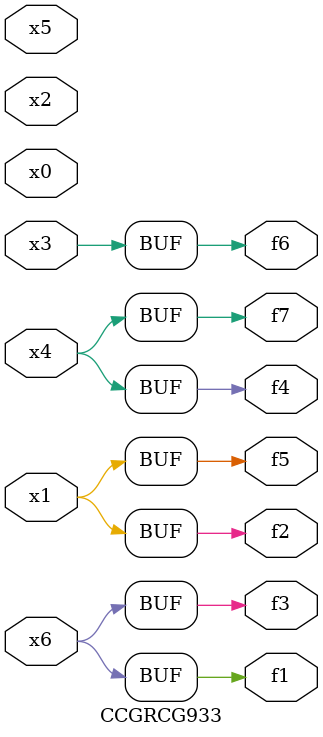
<source format=v>
module CCGRCG933(
	input x0, x1, x2, x3, x4, x5, x6,
	output f1, f2, f3, f4, f5, f6, f7
);
	assign f1 = x6;
	assign f2 = x1;
	assign f3 = x6;
	assign f4 = x4;
	assign f5 = x1;
	assign f6 = x3;
	assign f7 = x4;
endmodule

</source>
